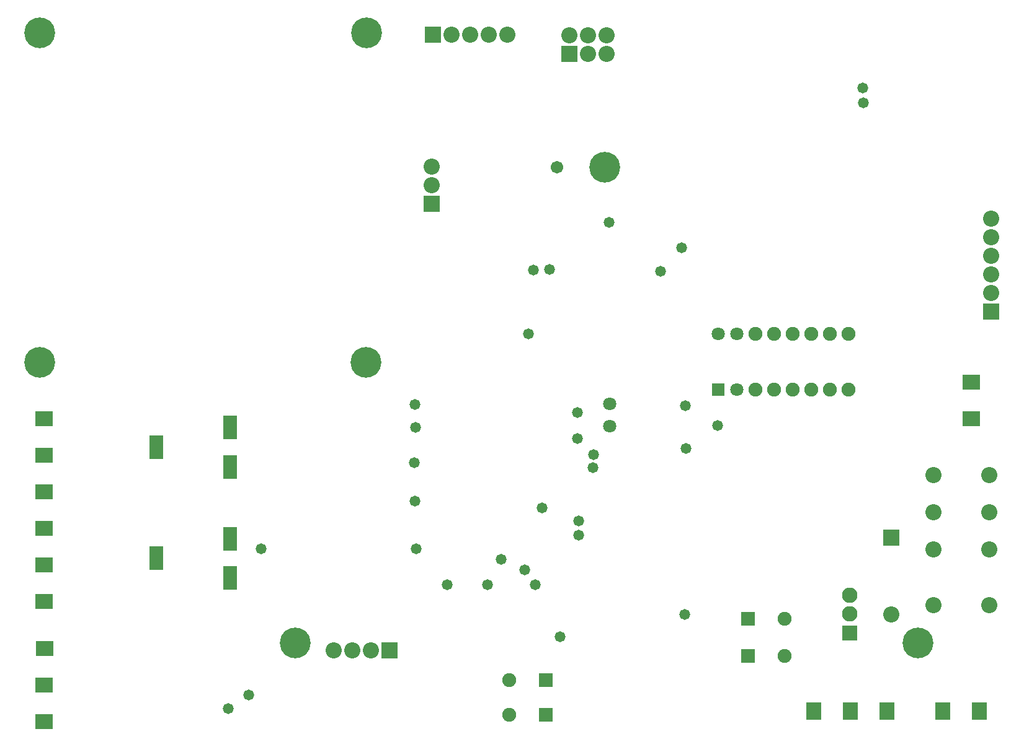
<source format=gbs>
%FSLAX25Y25*%
%MOIN*%
G70*
G01*
G75*
G04 Layer_Color=16711935*
%ADD10R,0.03937X0.07087*%
%ADD11R,0.03740X0.07480*%
%ADD12R,0.21654X0.27165*%
%ADD13R,0.07087X0.03937*%
%ADD14R,0.07087X0.04331*%
%ADD15R,0.06693X0.04331*%
%ADD16R,0.03937X0.05906*%
%ADD17R,0.08858X0.03937*%
%ADD18O,0.02150X0.05315*%
%ADD19O,0.05315X0.02150*%
%ADD20R,0.43307X0.35433*%
%ADD21O,0.05906X0.17716*%
%ADD22O,0.05906X0.17716*%
%ADD23R,0.05906X0.07087*%
%ADD24R,0.04331X0.06693*%
%ADD25C,0.01378*%
%ADD26C,0.02362*%
%ADD27C,0.04724*%
%ADD28C,0.03150*%
%ADD29C,0.01969*%
%ADD30C,0.01575*%
%ADD31C,0.01841*%
%ADD32C,0.03937*%
%ADD33C,0.03347*%
%ADD34C,0.03307*%
%ADD35R,0.03937X0.04055*%
%ADD36R,0.03937X1.04331*%
%ADD37R,0.33858X0.03543*%
%ADD38R,0.57818X0.04725*%
%ADD39R,0.50394X0.04906*%
%ADD40C,0.15748*%
%ADD41R,0.07874X0.07874*%
%ADD42C,0.07874*%
%ADD43C,0.06693*%
%ADD44R,0.06693X0.06693*%
%ADD45R,0.07087X0.08661*%
%ADD46R,0.08661X0.07087*%
%ADD47R,0.07874X0.07874*%
%ADD48R,0.07480X0.07480*%
%ADD49C,0.07480*%
%ADD50C,0.06299*%
%ADD51R,0.06299X0.06299*%
%ADD52R,0.06693X0.11811*%
%ADD53C,0.05906*%
%ADD54C,0.05000*%
%ADD55C,0.00984*%
%ADD56C,0.01181*%
%ADD57C,0.00787*%
%ADD58C,0.00098*%
%ADD59C,0.01000*%
%ADD60C,0.00512*%
%ADD61C,0.00098*%
%ADD62C,0.00500*%
%ADD63C,0.00800*%
%ADD64R,0.11024X0.03150*%
%ADD65R,0.04740X0.07890*%
%ADD66R,0.04543X0.08283*%
%ADD67R,0.22457X0.27969*%
%ADD68R,0.07890X0.04740*%
%ADD69R,0.07890X0.05134*%
%ADD70R,0.07496X0.05134*%
%ADD71R,0.04740X0.06709*%
%ADD72R,0.09661X0.04740*%
%ADD73O,0.03331X0.06496*%
%ADD74O,0.06496X0.03331*%
%ADD75R,0.44110X0.36236*%
%ADD76O,0.06709X0.18520*%
%ADD77O,0.06709X0.18520*%
%ADD78R,0.06709X0.07890*%
%ADD79R,0.05134X0.07496*%
%ADD80C,0.16551*%
%ADD81R,0.08677X0.08677*%
%ADD82C,0.08677*%
%ADD83C,0.07496*%
%ADD84R,0.07496X0.07496*%
%ADD85R,0.07890X0.09465*%
%ADD86R,0.09465X0.07890*%
%ADD87R,0.08677X0.08677*%
%ADD88R,0.08283X0.08283*%
%ADD89C,0.08283*%
%ADD90C,0.07102*%
%ADD91R,0.07102X0.07102*%
%ADD92R,0.07496X0.12614*%
%ADD93C,0.06709*%
%ADD94C,0.05803*%
D80*
X319685Y311417D02*
D03*
X153543Y55118D02*
D03*
X488189D02*
D03*
X16142Y383465D02*
D03*
X191732D02*
D03*
X191339Y206299D02*
D03*
X16142D02*
D03*
D81*
X300787Y372441D02*
D03*
X227559Y382677D02*
D03*
X203937Y51181D02*
D03*
D82*
X300787Y382441D02*
D03*
X310787Y372441D02*
D03*
Y382441D02*
D03*
X320787Y372441D02*
D03*
Y382441D02*
D03*
X267559Y382677D02*
D03*
X257559D02*
D03*
X247559D02*
D03*
X237559D02*
D03*
X473622Y70748D02*
D03*
X526417Y75590D02*
D03*
X496417D02*
D03*
X526417Y105590D02*
D03*
X496417D02*
D03*
Y125591D02*
D03*
X526417D02*
D03*
Y145590D02*
D03*
X496417D02*
D03*
X183937Y51181D02*
D03*
X173937D02*
D03*
X193937D02*
D03*
X226772Y311575D02*
D03*
Y301575D02*
D03*
X527559Y243464D02*
D03*
Y253465D02*
D03*
Y263464D02*
D03*
Y273464D02*
D03*
Y283465D02*
D03*
D83*
X268504Y35433D02*
D03*
Y16535D02*
D03*
X416536Y48425D02*
D03*
Y68110D02*
D03*
X400748Y221693D02*
D03*
X410748D02*
D03*
X420748D02*
D03*
X430748D02*
D03*
X440748D02*
D03*
X450748D02*
D03*
Y191693D02*
D03*
X440748D02*
D03*
X430748D02*
D03*
X420748D02*
D03*
X410748D02*
D03*
X400748D02*
D03*
D84*
X288189Y35433D02*
D03*
Y16535D02*
D03*
X396850Y48425D02*
D03*
Y68110D02*
D03*
D85*
X471457Y18504D02*
D03*
X451772D02*
D03*
X432087Y18701D02*
D03*
X501378Y18504D02*
D03*
X521063D02*
D03*
D86*
X516929Y195473D02*
D03*
Y175787D02*
D03*
X18504Y12795D02*
D03*
Y32480D02*
D03*
X18701Y52165D02*
D03*
X18307Y77559D02*
D03*
Y97244D02*
D03*
Y116929D02*
D03*
Y136614D02*
D03*
Y156299D02*
D03*
Y175984D02*
D03*
D87*
X473622Y111929D02*
D03*
X226772Y291575D02*
D03*
X527559Y233465D02*
D03*
D88*
X451575Y60630D02*
D03*
D89*
Y81102D02*
D03*
Y70866D02*
D03*
D90*
X380748Y221693D02*
D03*
X390748D02*
D03*
Y191693D02*
D03*
X322441Y171851D02*
D03*
Y184055D02*
D03*
D91*
X380748Y191693D02*
D03*
D92*
X118504Y150000D02*
D03*
Y171260D02*
D03*
X78740Y160630D02*
D03*
X118504Y90158D02*
D03*
Y111417D02*
D03*
X78740Y100787D02*
D03*
D93*
X294094Y311417D02*
D03*
D94*
X458268Y353937D02*
D03*
X117323Y20079D02*
D03*
X305118Y165354D02*
D03*
X290037Y256119D02*
D03*
X349606Y255118D02*
D03*
X458661Y346063D02*
D03*
X218110Y171260D02*
D03*
X286221Y127953D02*
D03*
X276772Y94488D02*
D03*
X264173Y100394D02*
D03*
X380315Y172441D02*
D03*
X305906Y120866D02*
D03*
X128347Y27165D02*
D03*
X282283Y86614D02*
D03*
X235039D02*
D03*
X256693D02*
D03*
X281496Y255906D02*
D03*
X313779Y156693D02*
D03*
X362992Y183071D02*
D03*
X361193Y267919D02*
D03*
X363393Y159919D02*
D03*
X313593Y149606D02*
D03*
X278671Y221693D02*
D03*
X217593Y152119D02*
D03*
X134993Y105919D02*
D03*
X295893Y58662D02*
D03*
X322047Y281496D02*
D03*
X362598Y70472D02*
D03*
X217717Y131496D02*
D03*
X218504Y105905D02*
D03*
X305906Y113386D02*
D03*
X305118Y179419D02*
D03*
X217717Y183465D02*
D03*
M02*

</source>
